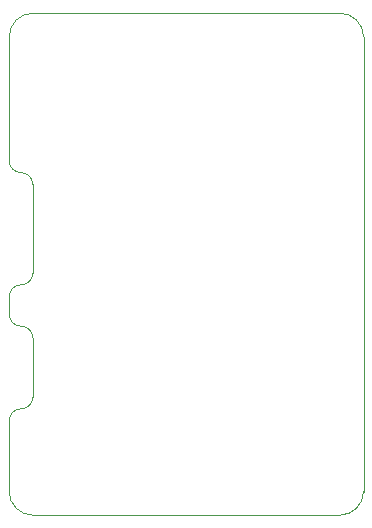
<source format=gm1>
%TF.GenerationSoftware,KiCad,Pcbnew,9.0.4*%
%TF.CreationDate,2025-12-02T01:12:31+00:00*%
%TF.ProjectId,dtv2,64747632-2e6b-4696-9361-645f70636258,rev?*%
%TF.SameCoordinates,Original*%
%TF.FileFunction,Profile,NP*%
%FSLAX46Y46*%
G04 Gerber Fmt 4.6, Leading zero omitted, Abs format (unit mm)*
G04 Created by KiCad (PCBNEW 9.0.4) date 2025-12-02 01:12:31*
%MOMM*%
%LPD*%
G01*
G04 APERTURE LIST*
%TA.AperFunction,Profile*%
%ADD10C,0.050000*%
%TD*%
G04 APERTURE END LIST*
D10*
X101000000Y-71000000D02*
G75*
G02*
X100000000Y-70000000I0J1000000D01*
G01*
X100000000Y-98000000D02*
X100000000Y-92250000D01*
X102000000Y-79500000D02*
G75*
G02*
X101000000Y-80500000I-1000000J0D01*
G01*
X100000000Y-92000000D02*
X100000000Y-92250000D01*
X130000000Y-59500000D02*
X130000000Y-98000000D01*
X100000000Y-81500000D02*
X100000000Y-83000000D01*
X130000000Y-98000000D02*
G75*
G02*
X128000000Y-100000000I-2000000J0D01*
G01*
X101000000Y-71000000D02*
G75*
G02*
X102000000Y-72000000I0J-1000000D01*
G01*
X100000000Y-81500000D02*
G75*
G02*
X101000000Y-80500000I1000000J0D01*
G01*
X102000000Y-90000000D02*
G75*
G02*
X101000000Y-91000000I-1000000J0D01*
G01*
X102000000Y-100000000D02*
G75*
G02*
X100000000Y-98000000I0J2000000D01*
G01*
X102000000Y-85000000D02*
X102000000Y-90000000D01*
X100000000Y-70000000D02*
X100000000Y-59500000D01*
X128000000Y-57500000D02*
G75*
G02*
X130000000Y-59500000I0J-2000000D01*
G01*
X101000000Y-84000000D02*
G75*
G02*
X102000000Y-85000000I0J-1000000D01*
G01*
X101000000Y-84000000D02*
G75*
G02*
X100000000Y-83000000I0J1000000D01*
G01*
X100000000Y-59500000D02*
G75*
G02*
X102000000Y-57500000I2000000J0D01*
G01*
X102000000Y-72000000D02*
X102000000Y-79500000D01*
X102000000Y-57500000D02*
X128000000Y-57500000D01*
X128000000Y-100000000D02*
X102000000Y-100000000D01*
X100000000Y-92000000D02*
G75*
G02*
X101000000Y-91000000I1000000J0D01*
G01*
M02*

</source>
